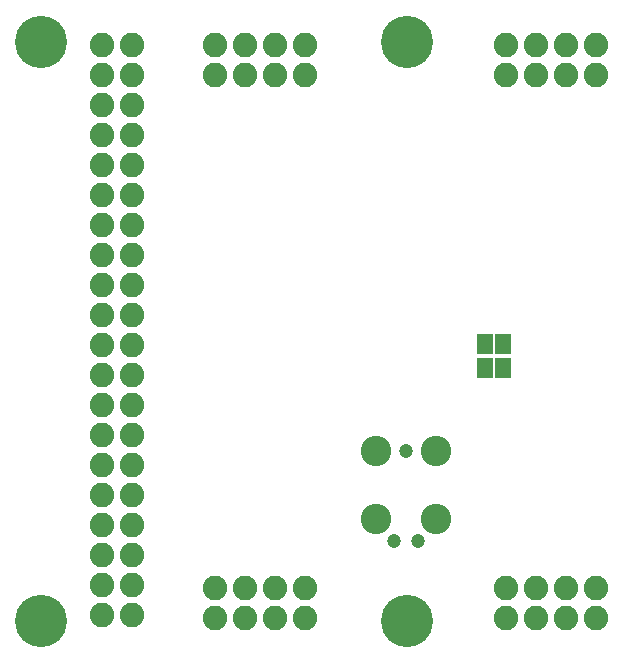
<source format=gbs>
G75*
%MOIN*%
%OFA0B0*%
%FSLAX25Y25*%
%IPPOS*%
%LPD*%
%AMOC8*
5,1,8,0,0,1.08239X$1,22.5*
%
%ADD10C,0.08200*%
%ADD11C,0.04737*%
%ADD12C,0.10150*%
%ADD13R,0.05200X0.07100*%
%ADD14C,0.17400*%
D10*
X0260500Y0252000D03*
X0260500Y0262000D03*
X0270500Y0262000D03*
X0270500Y0252000D03*
X0270500Y0272000D03*
X0270500Y0282000D03*
X0260500Y0282000D03*
X0260500Y0272000D03*
X0260500Y0292000D03*
X0260500Y0302000D03*
X0270500Y0302000D03*
X0270500Y0292000D03*
X0270500Y0312000D03*
X0270500Y0322000D03*
X0270500Y0332000D03*
X0260500Y0332000D03*
X0260500Y0322000D03*
X0260500Y0312000D03*
X0260500Y0342000D03*
X0260500Y0352000D03*
X0270500Y0352000D03*
X0270500Y0342000D03*
X0270500Y0362000D03*
X0270500Y0372000D03*
X0260500Y0372000D03*
X0260500Y0362000D03*
X0260500Y0382000D03*
X0260500Y0392000D03*
X0270500Y0392000D03*
X0270500Y0382000D03*
X0270500Y0402000D03*
X0270500Y0412000D03*
X0260500Y0412000D03*
X0260500Y0402000D03*
X0260500Y0422000D03*
X0260500Y0432000D03*
X0270500Y0432000D03*
X0270500Y0422000D03*
X0270500Y0442000D03*
X0260500Y0442000D03*
X0298000Y0442000D03*
X0298000Y0432000D03*
X0308000Y0432000D03*
X0318000Y0432000D03*
X0318000Y0442000D03*
X0308000Y0442000D03*
X0328000Y0442000D03*
X0328000Y0432000D03*
X0395000Y0432000D03*
X0395000Y0442000D03*
X0405000Y0442000D03*
X0415000Y0442000D03*
X0415000Y0432000D03*
X0405000Y0432000D03*
X0425000Y0432000D03*
X0425000Y0442000D03*
X0425000Y0261000D03*
X0425000Y0251000D03*
X0415000Y0251000D03*
X0415000Y0261000D03*
X0405000Y0261000D03*
X0405000Y0251000D03*
X0395000Y0251000D03*
X0395000Y0261000D03*
X0328000Y0261000D03*
X0328000Y0251000D03*
X0318000Y0251000D03*
X0318000Y0261000D03*
X0308000Y0261000D03*
X0308000Y0251000D03*
X0298000Y0251000D03*
X0298000Y0261000D03*
D11*
X0357822Y0276581D03*
X0365822Y0276581D03*
X0361822Y0306581D03*
D12*
X0351822Y0306581D03*
X0371822Y0306581D03*
X0371822Y0284081D03*
X0351822Y0284081D03*
D13*
X0387900Y0334500D03*
X0394100Y0334500D03*
X0394100Y0342500D03*
X0387900Y0342500D03*
D14*
X0240000Y0250000D03*
X0362000Y0250000D03*
X0362000Y0443000D03*
X0240000Y0443000D03*
M02*

</source>
